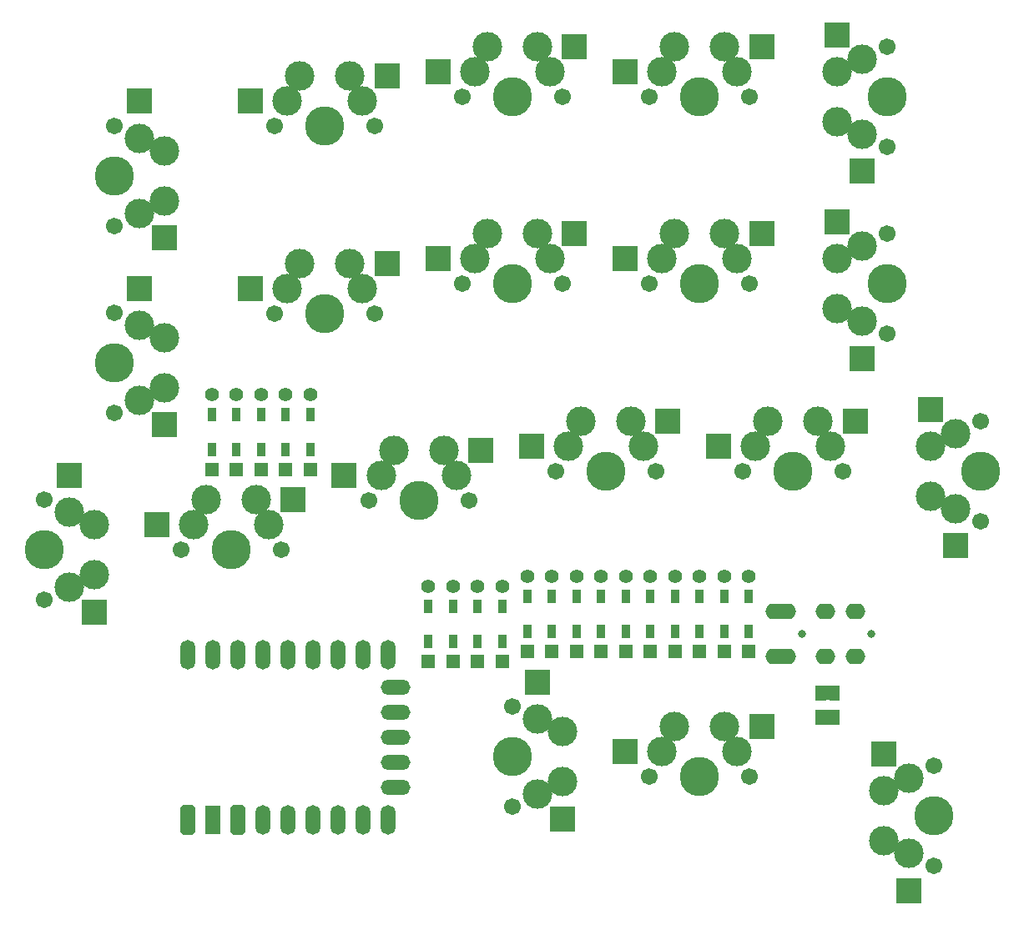
<source format=gbr>
%TF.GenerationSoftware,KiCad,Pcbnew,9.0.4*%
%TF.CreationDate,2025-11-12T08:08:54+09:00*%
%TF.ProjectId,modubu,6d6f6475-6275-42e6-9b69-6361645f7063,rev?*%
%TF.SameCoordinates,Original*%
%TF.FileFunction,Soldermask,Bot*%
%TF.FilePolarity,Negative*%
%FSLAX46Y46*%
G04 Gerber Fmt 4.6, Leading zero omitted, Abs format (unit mm)*
G04 Created by KiCad (PCBNEW 9.0.4) date 2025-11-12 08:08:54*
%MOMM*%
%LPD*%
G01*
G04 APERTURE LIST*
G04 Aperture macros list*
%AMOutline5P*
0 Free polygon, 5 corners , with rotation*
0 The origin of the aperture is its center*
0 number of corners: always 5*
0 $1 to $10 corner X, Y*
0 $11 Rotation angle, in degrees counterclockwise*
0 create outline with 5 corners*
4,1,5,$1,$2,$3,$4,$5,$6,$7,$8,$9,$10,$1,$2,$11*%
%AMOutline6P*
0 Free polygon, 6 corners , with rotation*
0 The origin of the aperture is its center*
0 number of corners: always 6*
0 $1 to $12 corner X, Y*
0 $13 Rotation angle, in degrees counterclockwise*
0 create outline with 6 corners*
4,1,6,$1,$2,$3,$4,$5,$6,$7,$8,$9,$10,$11,$12,$1,$2,$13*%
%AMOutline7P*
0 Free polygon, 7 corners , with rotation*
0 The origin of the aperture is its center*
0 number of corners: always 7*
0 $1 to $14 corner X, Y*
0 $15 Rotation angle, in degrees counterclockwise*
0 create outline with 7 corners*
4,1,7,$1,$2,$3,$4,$5,$6,$7,$8,$9,$10,$11,$12,$13,$14,$1,$2,$15*%
%AMOutline8P*
0 Free polygon, 8 corners , with rotation*
0 The origin of the aperture is its center*
0 number of corners: always 8*
0 $1 to $16 corner X, Y*
0 $17 Rotation angle, in degrees counterclockwise*
0 create outline with 8 corners*
4,1,8,$1,$2,$3,$4,$5,$6,$7,$8,$9,$10,$11,$12,$13,$14,$15,$16,$1,$2,$17*%
%AMFreePoly0*
4,1,6,1.000000,0.000000,0.500000,-0.750000,-0.500000,-0.750000,-0.500000,0.750000,0.500000,0.750000,1.000000,0.000000,1.000000,0.000000,$1*%
%AMFreePoly1*
4,1,6,0.500000,-0.750000,-0.650000,-0.750000,-0.150000,0.000000,-0.650000,0.750000,0.500000,0.750000,0.500000,-0.750000,0.500000,-0.750000,$1*%
G04 Aperture macros list end*
%ADD10R,1.397000X1.397000*%
%ADD11R,0.940000X1.400000*%
%ADD12C,1.397000*%
%ADD13C,1.701800*%
%ADD14C,3.000000*%
%ADD15C,3.987800*%
%ADD16R,2.500000X2.550000*%
%ADD17R,2.550000X2.500000*%
%ADD18O,1.500000X3.000000*%
%ADD19O,3.000000X1.500000*%
%ADD20Outline8P,-1.500000X0.450000X-1.200000X0.750000X1.200000X0.750000X1.500000X0.450000X1.500000X-0.450000X1.200000X-0.750000X-1.200000X-0.750000X-1.500000X-0.450000X90.000000*%
%ADD21R,1.500000X3.000000*%
%ADD22C,0.800000*%
%ADD23O,2.000000X1.600000*%
%ADD24FreePoly0,180.000000*%
%ADD25FreePoly1,180.000000*%
%ADD26FreePoly0,0.000000*%
%ADD27FreePoly1,0.000000*%
G04 APERTURE END LIST*
%TO.C,JP1*%
G36*
X123725000Y-121750000D02*
G01*
X121275000Y-121750000D01*
X121275000Y-123250000D01*
X123725000Y-123250000D01*
X123725000Y-121750000D01*
G37*
%TO.C,JP3*%
G36*
X121275000Y-125750000D02*
G01*
X123725000Y-125750000D01*
X123725000Y-124250000D01*
X121275000Y-124250000D01*
X121275000Y-125750000D01*
G37*
%TD*%
D10*
%TO.C,D8*%
X97000000Y-118309999D03*
D11*
X97000001Y-116274999D03*
X96999999Y-112725001D03*
D12*
X97000000Y-110690001D03*
%TD*%
D10*
%TO.C,D14*%
X112000000Y-118309998D03*
D11*
X112000001Y-116274998D03*
X111999999Y-112725000D03*
D12*
X112000000Y-110690000D03*
%TD*%
D13*
%TO.C,SW19*%
X43000000Y-102920000D03*
D14*
X45540000Y-104190000D03*
X48080000Y-105460000D03*
D15*
X43000000Y-108000000D03*
D14*
X48080000Y-110540000D03*
X45540000Y-111810000D03*
D13*
X43000000Y-113080000D03*
D16*
X48080000Y-114290000D03*
X45540000Y-100440000D03*
%TD*%
D13*
%TO.C,SW1*%
X50125000Y-64920000D03*
D14*
X52665000Y-66190000D03*
X55205000Y-67460000D03*
D15*
X50125000Y-70000000D03*
D14*
X55205000Y-72540000D03*
X52665000Y-73810000D03*
D13*
X50125000Y-75080000D03*
D16*
X55205000Y-76290000D03*
X52665000Y-62440000D03*
%TD*%
D10*
%TO.C,D16*%
X84500000Y-119310001D03*
D11*
X84500001Y-117275001D03*
X84499999Y-113725003D03*
D12*
X84500000Y-111690003D03*
%TD*%
D13*
%TO.C,SW18*%
X133250000Y-140080000D03*
D14*
X130710000Y-138810000D03*
X128170000Y-137540000D03*
D15*
X133250000Y-135000000D03*
D14*
X128170000Y-132460000D03*
X130710000Y-131190000D03*
D13*
X133250000Y-129920000D03*
D16*
X128170000Y-128710000D03*
X130710000Y-142560000D03*
%TD*%
D10*
%TO.C,D9*%
X99500000Y-118309998D03*
D11*
X99500001Y-116274998D03*
X99499999Y-112725000D03*
D12*
X99500000Y-110690000D03*
%TD*%
D10*
%TO.C,D3*%
X65000000Y-99809999D03*
D11*
X65000001Y-97774999D03*
X64999999Y-94225001D03*
D12*
X65000000Y-92190001D03*
%TD*%
D13*
%TO.C,SW8*%
X85420000Y-81000000D03*
D14*
X86690000Y-78460000D03*
X87960000Y-75920000D03*
D15*
X90500000Y-81000000D03*
D14*
X93040000Y-75920000D03*
X94310000Y-78460000D03*
D13*
X95580000Y-81000000D03*
D17*
X96790000Y-75920000D03*
X82940000Y-78460000D03*
%TD*%
D18*
%TO.C,U1*%
X57590000Y-118630000D03*
X60130000Y-118630000D03*
X62670000Y-118630000D03*
X65209999Y-118630000D03*
X67750000Y-118630000D03*
X70290000Y-118630001D03*
X72830000Y-118630000D03*
X75370000Y-118630000D03*
X77909999Y-118630000D03*
D19*
X78659999Y-121919999D03*
X78660000Y-124460000D03*
X78660001Y-127000001D03*
X78660000Y-129540000D03*
X78659999Y-132080000D03*
D18*
X77910000Y-135370000D03*
X75370000Y-135370000D03*
X72830000Y-135370000D03*
X70290001Y-135370000D03*
X67750000Y-135370000D03*
X65210000Y-135369999D03*
D20*
X62670000Y-135370000D03*
D21*
X60130000Y-135370000D03*
D20*
X57590001Y-135370000D03*
%TD*%
D10*
%TO.C,D1*%
X60000000Y-99809999D03*
D11*
X60000001Y-97774999D03*
X59999999Y-94225001D03*
D12*
X60000000Y-92190001D03*
%TD*%
D10*
%TO.C,D6*%
X92000000Y-118309999D03*
D11*
X92000001Y-116274999D03*
X91999999Y-112725001D03*
D12*
X92000000Y-110690001D03*
%TD*%
D10*
%TO.C,D11*%
X104500000Y-118309999D03*
D11*
X104500001Y-116274999D03*
X104499999Y-112725001D03*
D12*
X104500000Y-110690001D03*
%TD*%
D13*
%TO.C,SW12*%
X75920000Y-103000000D03*
D14*
X77190000Y-100460000D03*
X78460000Y-97920000D03*
D15*
X81000000Y-103000000D03*
D14*
X83540000Y-97920000D03*
X84810000Y-100460000D03*
D13*
X86080000Y-103000000D03*
D17*
X87290000Y-97920000D03*
X73440000Y-100460000D03*
%TD*%
D10*
%TO.C,D15*%
X114500000Y-118309999D03*
D11*
X114500001Y-116274999D03*
X114499999Y-112725001D03*
D12*
X114500000Y-110690001D03*
%TD*%
D13*
%TO.C,SW13*%
X94920000Y-100000000D03*
D14*
X96190000Y-97460000D03*
X97460000Y-94920000D03*
D15*
X100000000Y-100000000D03*
D14*
X102540000Y-94920000D03*
X103810000Y-97460000D03*
D13*
X105080000Y-100000000D03*
D17*
X106290000Y-94920000D03*
X92440000Y-97460000D03*
%TD*%
D13*
%TO.C,SW6*%
X50125000Y-83920000D03*
D14*
X52665000Y-85190000D03*
X55205000Y-86460000D03*
D15*
X50125000Y-89000000D03*
D14*
X55205000Y-91540000D03*
X52665000Y-92810000D03*
D13*
X50125000Y-94080000D03*
D16*
X55205000Y-95290000D03*
X52665000Y-81440000D03*
%TD*%
D10*
%TO.C,D12*%
X107000000Y-118310000D03*
D11*
X107000001Y-116275000D03*
X106999999Y-112725002D03*
D12*
X107000000Y-110690002D03*
%TD*%
D13*
%TO.C,SW10*%
X128500000Y-86080000D03*
D14*
X125960000Y-84810000D03*
X123420000Y-83540000D03*
D15*
X128500000Y-81000000D03*
D14*
X123420000Y-78460000D03*
X125960000Y-77190000D03*
D13*
X128500000Y-75920000D03*
D16*
X123420000Y-74710000D03*
X125960000Y-88560000D03*
%TD*%
D10*
%TO.C,D2*%
X62500000Y-99810000D03*
D11*
X62500001Y-97775000D03*
X62499999Y-94225002D03*
D12*
X62500000Y-92190002D03*
%TD*%
D13*
%TO.C,SW16*%
X90500000Y-123920000D03*
D14*
X93040000Y-125190000D03*
X95580000Y-126460000D03*
D15*
X90500000Y-129000000D03*
D14*
X95580000Y-131540000D03*
X93040000Y-132810000D03*
D13*
X90500000Y-134080000D03*
D16*
X95580000Y-135290000D03*
X93040000Y-121440000D03*
%TD*%
D13*
%TO.C,SW9*%
X104420000Y-81000000D03*
D14*
X105690000Y-78460000D03*
X106960000Y-75920000D03*
D15*
X109500000Y-81000000D03*
D14*
X112040000Y-75920000D03*
X113310000Y-78460000D03*
D13*
X114580000Y-81000000D03*
D17*
X115790000Y-75920000D03*
X101940000Y-78460000D03*
%TD*%
D10*
%TO.C,D13*%
X109500000Y-118309999D03*
D11*
X109500001Y-116274999D03*
X109499999Y-112725001D03*
D12*
X109500000Y-110690001D03*
%TD*%
D10*
%TO.C,D10*%
X102000000Y-118309999D03*
D11*
X102000001Y-116274999D03*
X101999999Y-112725001D03*
D12*
X102000000Y-110690001D03*
%TD*%
D10*
%TO.C,D7*%
X94500000Y-118310000D03*
D11*
X94500001Y-116275000D03*
X94499999Y-112725002D03*
D12*
X94500000Y-110690002D03*
%TD*%
D10*
%TO.C,D4*%
X67500000Y-99809998D03*
D11*
X67500001Y-97774998D03*
X67499999Y-94225000D03*
D12*
X67500000Y-92190000D03*
%TD*%
D13*
%TO.C,SW2*%
X66420000Y-65000000D03*
D14*
X67690000Y-62460000D03*
X68960000Y-59920000D03*
D15*
X71500000Y-65000000D03*
D14*
X74040000Y-59920000D03*
X75310000Y-62460000D03*
D13*
X76580000Y-65000000D03*
D17*
X77790000Y-59920000D03*
X63940000Y-62460000D03*
%TD*%
D10*
%TO.C,D17*%
X87000000Y-119310000D03*
D11*
X87000001Y-117275000D03*
X86999999Y-113725002D03*
D12*
X87000000Y-111690002D03*
%TD*%
D13*
%TO.C,SW5*%
X128500000Y-67080000D03*
D14*
X125960000Y-65810000D03*
X123420000Y-64540000D03*
D15*
X128500000Y-62000000D03*
D14*
X123420000Y-59460000D03*
X125960000Y-58190000D03*
D13*
X128500000Y-56920000D03*
D16*
X123420000Y-55710000D03*
X125960000Y-69560000D03*
%TD*%
D13*
%TO.C,SW4*%
X104420000Y-62000000D03*
D14*
X105690000Y-59460000D03*
X106960000Y-56920000D03*
D15*
X109500000Y-62000000D03*
D14*
X112040000Y-56920000D03*
X113310000Y-59460000D03*
D13*
X114580000Y-62000000D03*
D17*
X115790000Y-56920000D03*
X101940000Y-59460000D03*
%TD*%
D10*
%TO.C,D19*%
X82000000Y-119310000D03*
D11*
X82000001Y-117275000D03*
X81999999Y-113725002D03*
D12*
X82000000Y-111690002D03*
%TD*%
D13*
%TO.C,SW15*%
X138000000Y-105080000D03*
D14*
X135460000Y-103810000D03*
X132920000Y-102540000D03*
D15*
X138000000Y-100000000D03*
D14*
X132920000Y-97460000D03*
X135460000Y-96190000D03*
D13*
X138000000Y-94920000D03*
D16*
X132920000Y-93710000D03*
X135460000Y-107560000D03*
%TD*%
D13*
%TO.C,SW14*%
X113920000Y-100000000D03*
D14*
X115190000Y-97460000D03*
X116460000Y-94920000D03*
D15*
X119000000Y-100000000D03*
D14*
X121540000Y-94920000D03*
X122810000Y-97460000D03*
D13*
X124080000Y-100000000D03*
D17*
X125290000Y-94920000D03*
X111440000Y-97460000D03*
%TD*%
D13*
%TO.C,SW3*%
X85420000Y-62000000D03*
D14*
X86690000Y-59460000D03*
X87960000Y-56920000D03*
D15*
X90500000Y-62000000D03*
D14*
X93040000Y-56920000D03*
X94310000Y-59460000D03*
D13*
X95580000Y-62000000D03*
D17*
X96790000Y-56920000D03*
X82940000Y-59460000D03*
%TD*%
D13*
%TO.C,SW17*%
X104420000Y-131000000D03*
D14*
X105690000Y-128460000D03*
X106960000Y-125920000D03*
D15*
X109500000Y-131000000D03*
D14*
X112040000Y-125920000D03*
X113310000Y-128460000D03*
D13*
X114580000Y-131000000D03*
D17*
X115790000Y-125920000D03*
X101940000Y-128460000D03*
%TD*%
D13*
%TO.C,SW11*%
X56920000Y-108000000D03*
D14*
X58190000Y-105460000D03*
X59460000Y-102920000D03*
D15*
X62000000Y-108000000D03*
D14*
X64540000Y-102920000D03*
X65810000Y-105460000D03*
D13*
X67080000Y-108000000D03*
D17*
X68290000Y-102920000D03*
X54440000Y-105460000D03*
%TD*%
D10*
%TO.C,D18*%
X89500000Y-119309999D03*
D11*
X89500001Y-117274999D03*
X89499999Y-113725001D03*
D12*
X89500000Y-111690001D03*
%TD*%
D22*
%TO.C,J1*%
X126900001Y-116499997D03*
X119900000Y-116500000D03*
D23*
X122300001Y-118800001D03*
X125299999Y-118799999D03*
X117199998Y-114200001D03*
X118300000Y-118800003D03*
%TD*%
D10*
%TO.C,D5*%
X70000000Y-99809999D03*
D11*
X70000001Y-97774999D03*
X69999999Y-94225001D03*
D12*
X70000000Y-92190001D03*
%TD*%
D13*
%TO.C,SW7*%
X66420000Y-84000000D03*
D14*
X67690000Y-81460000D03*
X68960000Y-78920000D03*
D15*
X71500000Y-84000000D03*
D14*
X74040000Y-78920000D03*
X75310000Y-81460000D03*
D13*
X76580000Y-84000000D03*
D17*
X77790000Y-78920000D03*
X63940000Y-81460000D03*
%TD*%
D24*
%TO.C,JP1*%
X123225000Y-122500000D03*
D25*
X121775000Y-122500000D03*
%TD*%
D26*
%TO.C,JP3*%
X121775000Y-125000000D03*
D27*
X123225000Y-125000000D03*
%TD*%
D22*
%TO.C,J2*%
X126900003Y-116500002D03*
X119900000Y-116500000D03*
D23*
X122300001Y-114199999D03*
X125299999Y-114200001D03*
X117199999Y-118800001D03*
X118300000Y-114199997D03*
%TD*%
M02*

</source>
